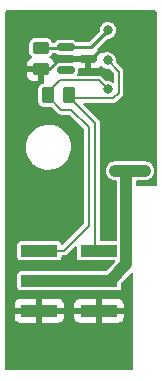
<source format=gbr>
G04 #@! TF.GenerationSoftware,KiCad,Pcbnew,(6.0.1-0)*
G04 #@! TF.CreationDate,2022-10-06T13:30:19-04:00*
G04 #@! TF.ProjectId,feederFloor,66656564-6572-4466-9c6f-6f722e6b6963,rev?*
G04 #@! TF.SameCoordinates,Original*
G04 #@! TF.FileFunction,Copper,L1,Top*
G04 #@! TF.FilePolarity,Positive*
%FSLAX46Y46*%
G04 Gerber Fmt 4.6, Leading zero omitted, Abs format (unit mm)*
G04 Created by KiCad (PCBNEW (6.0.1-0)) date 2022-10-06 13:30:19*
%MOMM*%
%LPD*%
G01*
G04 APERTURE LIST*
G04 Aperture macros list*
%AMRoundRect*
0 Rectangle with rounded corners*
0 $1 Rounding radius*
0 $2 $3 $4 $5 $6 $7 $8 $9 X,Y pos of 4 corners*
0 Add a 4 corners polygon primitive as box body*
4,1,4,$2,$3,$4,$5,$6,$7,$8,$9,$2,$3,0*
0 Add four circle primitives for the rounded corners*
1,1,$1+$1,$2,$3*
1,1,$1+$1,$4,$5*
1,1,$1+$1,$6,$7*
1,1,$1+$1,$8,$9*
0 Add four rect primitives between the rounded corners*
20,1,$1+$1,$2,$3,$4,$5,0*
20,1,$1+$1,$4,$5,$6,$7,0*
20,1,$1+$1,$6,$7,$8,$9,0*
20,1,$1+$1,$8,$9,$2,$3,0*%
G04 Aperture macros list end*
G04 #@! TA.AperFunction,SMDPad,CuDef*
%ADD10R,3.150000X1.000000*%
G04 #@! TD*
G04 #@! TA.AperFunction,SMDPad,CuDef*
%ADD11RoundRect,0.150000X-0.587500X-0.150000X0.587500X-0.150000X0.587500X0.150000X-0.587500X0.150000X0*%
G04 #@! TD*
G04 #@! TA.AperFunction,SMDPad,CuDef*
%ADD12RoundRect,0.250000X-0.262500X-0.450000X0.262500X-0.450000X0.262500X0.450000X-0.262500X0.450000X0*%
G04 #@! TD*
G04 #@! TA.AperFunction,SMDPad,CuDef*
%ADD13RoundRect,0.250000X-0.450000X0.262500X-0.450000X-0.262500X0.450000X-0.262500X0.450000X0.262500X0*%
G04 #@! TD*
G04 #@! TA.AperFunction,ViaPad*
%ADD14C,0.800000*%
G04 #@! TD*
G04 #@! TA.AperFunction,Conductor*
%ADD15C,1.000000*%
G04 #@! TD*
G04 #@! TA.AperFunction,Conductor*
%ADD16C,0.200000*%
G04 #@! TD*
G04 #@! TA.AperFunction,Conductor*
%ADD17C,0.250000*%
G04 #@! TD*
G04 APERTURE END LIST*
D10*
X29475000Y-50840000D03*
X24425000Y-50840000D03*
X29475000Y-48300000D03*
X24425000Y-48300000D03*
X29475000Y-45760000D03*
X24425000Y-45760000D03*
D11*
X26662500Y-28550000D03*
X26662500Y-30450000D03*
X28537500Y-29500000D03*
D12*
X25137500Y-32600000D03*
X26962500Y-32600000D03*
D13*
X24550000Y-28587500D03*
X24550000Y-30412500D03*
D14*
X31750000Y-49400000D03*
X30850000Y-39000000D03*
X32050000Y-39000000D03*
X33350000Y-39000000D03*
X30200000Y-36400000D03*
X30200000Y-34050000D03*
X30200000Y-35200000D03*
X31800000Y-52300000D03*
X22100000Y-49400000D03*
X22100000Y-52300000D03*
X30250000Y-27100000D03*
X30200000Y-29650000D03*
X30200000Y-32100000D03*
D15*
X29475000Y-48300000D02*
X30409022Y-48300000D01*
X31800000Y-39250000D02*
X32050000Y-39000000D01*
X30409022Y-48300000D02*
X31800000Y-46909022D01*
X31800000Y-46909022D02*
X31800000Y-39250000D01*
X26950000Y-48300000D02*
X24425000Y-48300000D01*
D16*
X28600000Y-35300000D02*
X28600000Y-43650000D01*
X26962500Y-32600000D02*
X26962500Y-32762500D01*
X26962500Y-32762500D02*
X29150000Y-34950000D01*
D15*
X26950000Y-48300000D02*
X29475000Y-48300000D01*
D16*
X29150000Y-34950000D02*
X29150000Y-45435000D01*
X29150000Y-45435000D02*
X29475000Y-45760000D01*
X26300000Y-33850000D02*
X27150000Y-33850000D01*
X25137500Y-32600000D02*
X25137500Y-32687500D01*
X25137500Y-32687500D02*
X26300000Y-33850000D01*
X28600000Y-43650000D02*
X26490000Y-45760000D01*
X27150000Y-33850000D02*
X28600000Y-35300000D01*
X26490000Y-45760000D02*
X24425000Y-45760000D01*
D15*
X33350000Y-39000000D02*
X30850000Y-39000000D01*
D16*
X30200000Y-32100000D02*
X29450000Y-31350000D01*
X29450000Y-31350000D02*
X26150000Y-31350000D01*
X26150000Y-31350000D02*
X25137500Y-32362500D01*
X25137500Y-32362500D02*
X25137500Y-32600000D01*
X30200000Y-29650000D02*
X31150000Y-30600000D01*
X31150000Y-30600000D02*
X31150000Y-32400000D01*
X31150000Y-32400000D02*
X30700000Y-32850000D01*
X30700000Y-32850000D02*
X27212500Y-32850000D01*
X27212500Y-32850000D02*
X26962500Y-32600000D01*
D17*
X30550000Y-34050000D02*
X31800000Y-32800000D01*
X25237500Y-30412500D02*
X26150000Y-29500000D01*
X24550000Y-28587500D02*
X26625000Y-28587500D01*
X30200000Y-34050000D02*
X30550000Y-34050000D01*
X26625000Y-28587500D02*
X26662500Y-28550000D01*
X26150000Y-29500000D02*
X28537500Y-29500000D01*
X30250000Y-27100000D02*
X28800000Y-28550000D01*
X28800000Y-28550000D02*
X26662500Y-28550000D01*
X24550000Y-30412500D02*
X25237500Y-30412500D01*
X30800000Y-28650000D02*
X29650000Y-28650000D01*
X31800000Y-32800000D02*
X31800000Y-29650000D01*
X31800000Y-29650000D02*
X30800000Y-28650000D01*
X29650000Y-28650000D02*
X28800000Y-29500000D01*
X28800000Y-29500000D02*
X28537500Y-29500000D01*
G04 #@! TA.AperFunction,Conductor*
G36*
X34309305Y-25432594D02*
G01*
X34345269Y-25482094D01*
X34350114Y-25512687D01*
X34350114Y-38967788D01*
X34339633Y-39000046D01*
X34350114Y-39040283D01*
X34350114Y-40201000D01*
X34331207Y-40259191D01*
X34281707Y-40295155D01*
X34251114Y-40300000D01*
X32705733Y-40300000D01*
X32696075Y-40299528D01*
X32689842Y-40298917D01*
X32633773Y-40274423D01*
X32602810Y-40221650D01*
X32600500Y-40200389D01*
X32600500Y-39899500D01*
X32619407Y-39841309D01*
X32668907Y-39805345D01*
X32699500Y-39800500D01*
X33395155Y-39800500D01*
X33397909Y-39800191D01*
X33397911Y-39800191D01*
X33425291Y-39797120D01*
X33528472Y-39785546D01*
X33698073Y-39726485D01*
X33735979Y-39702799D01*
X33845685Y-39634247D01*
X33845687Y-39634245D01*
X33850375Y-39631316D01*
X33977807Y-39504770D01*
X33980774Y-39500095D01*
X34071071Y-39357810D01*
X34071072Y-39357809D01*
X34074037Y-39353136D01*
X34134281Y-39183951D01*
X34152810Y-39028561D01*
X34163299Y-39005862D01*
X34152656Y-38978136D01*
X34142851Y-38884850D01*
X34136773Y-38827017D01*
X34114458Y-38761466D01*
X34080682Y-38662249D01*
X34080680Y-38662245D01*
X34078897Y-38657007D01*
X34075999Y-38652297D01*
X34075997Y-38652292D01*
X33987691Y-38508754D01*
X33984794Y-38504045D01*
X33859141Y-38375732D01*
X33708183Y-38278446D01*
X33539422Y-38217022D01*
X33400717Y-38199500D01*
X32058991Y-38199500D01*
X32057954Y-38199495D01*
X32052712Y-38199440D01*
X31968593Y-38198559D01*
X31965411Y-38199247D01*
X31960417Y-38199500D01*
X30804845Y-38199500D01*
X30802091Y-38199809D01*
X30802089Y-38199809D01*
X30774709Y-38202880D01*
X30671528Y-38214454D01*
X30501927Y-38273515D01*
X30497234Y-38276447D01*
X30497235Y-38276447D01*
X30354315Y-38365753D01*
X30354313Y-38365755D01*
X30349625Y-38368684D01*
X30345700Y-38372582D01*
X30234501Y-38483008D01*
X30222193Y-38495230D01*
X30219227Y-38499904D01*
X30219226Y-38499905D01*
X30219106Y-38500095D01*
X30125963Y-38646864D01*
X30065719Y-38816049D01*
X30065065Y-38821536D01*
X30065064Y-38821539D01*
X30055656Y-38900439D01*
X30044455Y-38994376D01*
X30063227Y-39172983D01*
X30121103Y-39342993D01*
X30124001Y-39347703D01*
X30124003Y-39347708D01*
X30130218Y-39357810D01*
X30215206Y-39495955D01*
X30340859Y-39624268D01*
X30491817Y-39721554D01*
X30660578Y-39782978D01*
X30799283Y-39800500D01*
X30900500Y-39800500D01*
X30958691Y-39819407D01*
X30994655Y-39868907D01*
X30999500Y-39899500D01*
X30999500Y-44860500D01*
X30980593Y-44918691D01*
X30931093Y-44954655D01*
X30900500Y-44959500D01*
X29649500Y-44959500D01*
X29591309Y-44940593D01*
X29555345Y-44891093D01*
X29550500Y-44860500D01*
X29550500Y-34886567D01*
X29543044Y-34863620D01*
X29539419Y-34848519D01*
X29536865Y-34832391D01*
X29536864Y-34832389D01*
X29535646Y-34824696D01*
X29524695Y-34803203D01*
X29518752Y-34788857D01*
X29513704Y-34773319D01*
X29513702Y-34773315D01*
X29511296Y-34765910D01*
X29497111Y-34746386D01*
X29489004Y-34733156D01*
X29478050Y-34711658D01*
X29388342Y-34621950D01*
X28185897Y-33419504D01*
X28158120Y-33364987D01*
X28167691Y-33304555D01*
X28210956Y-33261290D01*
X28255901Y-33250500D01*
X30763433Y-33250500D01*
X30786380Y-33243044D01*
X30801481Y-33239419D01*
X30817609Y-33236865D01*
X30817611Y-33236864D01*
X30825304Y-33235646D01*
X30846797Y-33224695D01*
X30861143Y-33218752D01*
X30876679Y-33213704D01*
X30884090Y-33211296D01*
X30903607Y-33197116D01*
X30916846Y-33189002D01*
X30938342Y-33178050D01*
X30960905Y-33155487D01*
X30960909Y-33155484D01*
X31455483Y-32660909D01*
X31478050Y-32638342D01*
X31489004Y-32616844D01*
X31497111Y-32603614D01*
X31511296Y-32584090D01*
X31513702Y-32576685D01*
X31513704Y-32576681D01*
X31518752Y-32561143D01*
X31524695Y-32546797D01*
X31535646Y-32525304D01*
X31539419Y-32501481D01*
X31543045Y-32486375D01*
X31550500Y-32463433D01*
X31550500Y-30536567D01*
X31543044Y-30513620D01*
X31539419Y-30498519D01*
X31536865Y-30482391D01*
X31536864Y-30482389D01*
X31535646Y-30474696D01*
X31524695Y-30453203D01*
X31518752Y-30438857D01*
X31513704Y-30423321D01*
X31511296Y-30415910D01*
X31497116Y-30396393D01*
X31489002Y-30383154D01*
X31478050Y-30361658D01*
X31455487Y-30339095D01*
X31455484Y-30339091D01*
X30924979Y-29808586D01*
X30897202Y-29754069D01*
X30896971Y-29724632D01*
X30903053Y-29681904D01*
X30905490Y-29664778D01*
X30905645Y-29650000D01*
X30893409Y-29548891D01*
X30885993Y-29487602D01*
X30885992Y-29487599D01*
X30885276Y-29481680D01*
X30825345Y-29323077D01*
X30819387Y-29314407D01*
X30732692Y-29188267D01*
X30729312Y-29183349D01*
X30602721Y-29070560D01*
X30452881Y-28991224D01*
X30348572Y-28965023D01*
X30294231Y-28951373D01*
X30294228Y-28951373D01*
X30288441Y-28949919D01*
X30202841Y-28949471D01*
X30124861Y-28949062D01*
X30124859Y-28949062D01*
X30118895Y-28949031D01*
X30113099Y-28950423D01*
X30113095Y-28950423D01*
X30008646Y-28975500D01*
X29954032Y-28988612D01*
X29857969Y-29038194D01*
X29823862Y-29055798D01*
X29763481Y-29065686D01*
X29708820Y-29038194D01*
X29693242Y-29018219D01*
X29652226Y-28948863D01*
X29644654Y-28939101D01*
X29535899Y-28830346D01*
X29526140Y-28822776D01*
X29388400Y-28741318D01*
X29389621Y-28739253D01*
X29351396Y-28705564D01*
X29338039Y-28645854D01*
X29362329Y-28589697D01*
X29366597Y-28585151D01*
X30123014Y-27828734D01*
X30177531Y-27800957D01*
X30194573Y-27799750D01*
X30256921Y-27800729D01*
X30323760Y-27801779D01*
X30329575Y-27800447D01*
X30329577Y-27800447D01*
X30483206Y-27765262D01*
X30483209Y-27765261D01*
X30489029Y-27763928D01*
X30640498Y-27687747D01*
X30645035Y-27683872D01*
X30645038Y-27683870D01*
X30764888Y-27581508D01*
X30764891Y-27581505D01*
X30769423Y-27577634D01*
X30868361Y-27439947D01*
X30931601Y-27282634D01*
X30932442Y-27276727D01*
X30955034Y-27117985D01*
X30955034Y-27117979D01*
X30955490Y-27114778D01*
X30955645Y-27100000D01*
X30935276Y-26931680D01*
X30875345Y-26773077D01*
X30779312Y-26633349D01*
X30652721Y-26520560D01*
X30502881Y-26441224D01*
X30420661Y-26420571D01*
X30344231Y-26401373D01*
X30344228Y-26401373D01*
X30338441Y-26399919D01*
X30252841Y-26399471D01*
X30174861Y-26399062D01*
X30174859Y-26399062D01*
X30168895Y-26399031D01*
X30163099Y-26400423D01*
X30163095Y-26400423D01*
X30055703Y-26426207D01*
X30004032Y-26438612D01*
X29928700Y-26477494D01*
X29858675Y-26513636D01*
X29858673Y-26513638D01*
X29853369Y-26516375D01*
X29725604Y-26627831D01*
X29628113Y-26766547D01*
X29566524Y-26924513D01*
X29544394Y-27092611D01*
X29545049Y-27098544D01*
X29545049Y-27098548D01*
X29550238Y-27145544D01*
X29537831Y-27205458D01*
X29521840Y-27226412D01*
X28652748Y-28095504D01*
X28598231Y-28123281D01*
X28582744Y-28124500D01*
X27656560Y-28124500D01*
X27598369Y-28105593D01*
X27576925Y-28084315D01*
X27576549Y-28083806D01*
X27572150Y-28077850D01*
X27463184Y-27997366D01*
X27335369Y-27952481D01*
X27329362Y-27951913D01*
X27329361Y-27951913D01*
X27306145Y-27949718D01*
X27306135Y-27949718D01*
X27303834Y-27949500D01*
X26021166Y-27949500D01*
X26018865Y-27949718D01*
X26018855Y-27949718D01*
X25995639Y-27951913D01*
X25995638Y-27951913D01*
X25989631Y-27952481D01*
X25861816Y-27997366D01*
X25752850Y-28077850D01*
X25748456Y-28083799D01*
X25748452Y-28083803D01*
X25720374Y-28121818D01*
X25670593Y-28157392D01*
X25640741Y-28162000D01*
X25594859Y-28162000D01*
X25536668Y-28143093D01*
X25502811Y-28099444D01*
X25486598Y-28058493D01*
X25486597Y-28058492D01*
X25484113Y-28052217D01*
X25445816Y-28001762D01*
X25397005Y-27937457D01*
X25392922Y-27932078D01*
X25387543Y-27927995D01*
X25278160Y-27844968D01*
X25278158Y-27844967D01*
X25272783Y-27840887D01*
X25132547Y-27785364D01*
X25042772Y-27774500D01*
X24057228Y-27774500D01*
X23967453Y-27785364D01*
X23827217Y-27840887D01*
X23821842Y-27844967D01*
X23821840Y-27844968D01*
X23712457Y-27927995D01*
X23707078Y-27932078D01*
X23702995Y-27937457D01*
X23654185Y-28001762D01*
X23615887Y-28052217D01*
X23560364Y-28192453D01*
X23549500Y-28282228D01*
X23549500Y-28892772D01*
X23560364Y-28982547D01*
X23615887Y-29122783D01*
X23619967Y-29128158D01*
X23619968Y-29128160D01*
X23702995Y-29237543D01*
X23707078Y-29242922D01*
X23712457Y-29247005D01*
X23712460Y-29247008D01*
X23780061Y-29298320D01*
X23814981Y-29348562D01*
X23813699Y-29409734D01*
X23772301Y-29461361D01*
X23630855Y-29548891D01*
X23621902Y-29555987D01*
X23505153Y-29672939D01*
X23498073Y-29681904D01*
X23411359Y-29822580D01*
X23406531Y-29832934D01*
X23354398Y-29990110D01*
X23352145Y-30000621D01*
X23342259Y-30097112D01*
X23342000Y-30102171D01*
X23342000Y-30142820D01*
X23346122Y-30155505D01*
X23350243Y-30158500D01*
X24705000Y-30158500D01*
X24763191Y-30177407D01*
X24799155Y-30226907D01*
X24804000Y-30257500D01*
X24804000Y-31417319D01*
X24808284Y-31430505D01*
X24843660Y-31479195D01*
X24843660Y-31540381D01*
X24807696Y-31589881D01*
X24761400Y-31608071D01*
X24753083Y-31609078D01*
X24742453Y-31610364D01*
X24602217Y-31665887D01*
X24596842Y-31669967D01*
X24596840Y-31669968D01*
X24490744Y-31750500D01*
X24482078Y-31757078D01*
X24390887Y-31877217D01*
X24335364Y-32017453D01*
X24324500Y-32107228D01*
X24324500Y-33092772D01*
X24335364Y-33182547D01*
X24390887Y-33322783D01*
X24394967Y-33328158D01*
X24394968Y-33328160D01*
X24464303Y-33419504D01*
X24482078Y-33442922D01*
X24487457Y-33447005D01*
X24596840Y-33530032D01*
X24596842Y-33530033D01*
X24602217Y-33534113D01*
X24742453Y-33589636D01*
X24832228Y-33600500D01*
X25442772Y-33600500D01*
X25442772Y-33602163D01*
X25496229Y-33615957D01*
X25513083Y-33629477D01*
X25971949Y-34088342D01*
X26056145Y-34172538D01*
X26056149Y-34172541D01*
X26061658Y-34178050D01*
X26083156Y-34189004D01*
X26096386Y-34197111D01*
X26115910Y-34211296D01*
X26123320Y-34213704D01*
X26123321Y-34213704D01*
X26138855Y-34218751D01*
X26153204Y-34224695D01*
X26174696Y-34235646D01*
X26182392Y-34236865D01*
X26198524Y-34239420D01*
X26213627Y-34243046D01*
X26229157Y-34248092D01*
X26229160Y-34248093D01*
X26236567Y-34250499D01*
X26268477Y-34250499D01*
X26268481Y-34250500D01*
X26943099Y-34250500D01*
X27001290Y-34269407D01*
X27013103Y-34279496D01*
X28170504Y-35436897D01*
X28198281Y-35491414D01*
X28199500Y-35506901D01*
X28199500Y-43443099D01*
X28180593Y-43501290D01*
X28170504Y-43513103D01*
X26459323Y-45224284D01*
X26404806Y-45252061D01*
X26344374Y-45242490D01*
X26301109Y-45199225D01*
X26297460Y-45189811D01*
X26297382Y-45189154D01*
X26251939Y-45086847D01*
X26172713Y-45007759D01*
X26143591Y-44994884D01*
X26077136Y-44965504D01*
X26077134Y-44965504D01*
X26070327Y-44962494D01*
X26056322Y-44960861D01*
X26047494Y-44959832D01*
X26047493Y-44959832D01*
X26044646Y-44959500D01*
X22805354Y-44959500D01*
X22788951Y-44961452D01*
X22786531Y-44961740D01*
X22786530Y-44961740D01*
X22779154Y-44962618D01*
X22676847Y-45008061D01*
X22597759Y-45087287D01*
X22552494Y-45189673D01*
X22549500Y-45215354D01*
X22549500Y-46304646D01*
X22552618Y-46330846D01*
X22598061Y-46433153D01*
X22677287Y-46512241D01*
X22685645Y-46515936D01*
X22772864Y-46554496D01*
X22772866Y-46554496D01*
X22779673Y-46557506D01*
X22787067Y-46558368D01*
X22802378Y-46560153D01*
X22805354Y-46560500D01*
X26044646Y-46560500D01*
X26062561Y-46558368D01*
X26063469Y-46558260D01*
X26063470Y-46558260D01*
X26070846Y-46557382D01*
X26173153Y-46511939D01*
X26252241Y-46432713D01*
X26297506Y-46330327D01*
X26300500Y-46304646D01*
X26300500Y-46259500D01*
X26319407Y-46201309D01*
X26368907Y-46165345D01*
X26399500Y-46160500D01*
X26553433Y-46160500D01*
X26576380Y-46153044D01*
X26591481Y-46149419D01*
X26607609Y-46146865D01*
X26607611Y-46146864D01*
X26615304Y-46145646D01*
X26636797Y-46134695D01*
X26651143Y-46128752D01*
X26666679Y-46123704D01*
X26674090Y-46121296D01*
X26693607Y-46107116D01*
X26706846Y-46099002D01*
X26728342Y-46088050D01*
X26750905Y-46065487D01*
X26750909Y-46065484D01*
X27430496Y-45385897D01*
X27485013Y-45358120D01*
X27545445Y-45367691D01*
X27588710Y-45410956D01*
X27599500Y-45455901D01*
X27599500Y-46304646D01*
X27602618Y-46330846D01*
X27648061Y-46433153D01*
X27727287Y-46512241D01*
X27735645Y-46515936D01*
X27822864Y-46554496D01*
X27822866Y-46554496D01*
X27829673Y-46557506D01*
X27837067Y-46558368D01*
X27852378Y-46560153D01*
X27855354Y-46560500D01*
X30777436Y-46560500D01*
X30835627Y-46579407D01*
X30871591Y-46628907D01*
X30871591Y-46690093D01*
X30847440Y-46729504D01*
X30106440Y-47470504D01*
X30051923Y-47498281D01*
X30036436Y-47499500D01*
X22805354Y-47499500D01*
X22788951Y-47501452D01*
X22786531Y-47501740D01*
X22786530Y-47501740D01*
X22779154Y-47502618D01*
X22676847Y-47548061D01*
X22597759Y-47627287D01*
X22552494Y-47729673D01*
X22549500Y-47755354D01*
X22549500Y-48844646D01*
X22552618Y-48870846D01*
X22598061Y-48973153D01*
X22677287Y-49052241D01*
X22685645Y-49055936D01*
X22772864Y-49094496D01*
X22772866Y-49094496D01*
X22779673Y-49097506D01*
X22787067Y-49098368D01*
X22802378Y-49100153D01*
X22805354Y-49100500D01*
X30400031Y-49100500D01*
X30401069Y-49100505D01*
X30490429Y-49101441D01*
X30493611Y-49100753D01*
X30498605Y-49100500D01*
X31094646Y-49100500D01*
X31112561Y-49098368D01*
X31113469Y-49098260D01*
X31113470Y-49098260D01*
X31120846Y-49097382D01*
X31223153Y-49051939D01*
X31302241Y-48972713D01*
X31347506Y-48870327D01*
X31350500Y-48844646D01*
X31350500Y-48531608D01*
X31369407Y-48473417D01*
X31379496Y-48461604D01*
X32181058Y-47660042D01*
X32235575Y-47632265D01*
X32296007Y-47641836D01*
X32339272Y-47685101D01*
X32350062Y-47730047D01*
X32350003Y-55801001D01*
X32331095Y-55859191D01*
X32281595Y-55895155D01*
X32251003Y-55900000D01*
X21649001Y-55900000D01*
X21590810Y-55881093D01*
X21554846Y-55831593D01*
X21550001Y-55801000D01*
X21550018Y-51390751D01*
X21550018Y-51385411D01*
X22342001Y-51385411D01*
X22342290Y-51390751D01*
X22348078Y-51444035D01*
X22350927Y-51456020D01*
X22397351Y-51579855D01*
X22404059Y-51592108D01*
X22482863Y-51697256D01*
X22492744Y-51707137D01*
X22597892Y-51785941D01*
X22610145Y-51792649D01*
X22733978Y-51839072D01*
X22745967Y-51841923D01*
X22799252Y-51847711D01*
X22804586Y-51848000D01*
X24155320Y-51848000D01*
X24168005Y-51843878D01*
X24171000Y-51839757D01*
X24171000Y-51832319D01*
X24679000Y-51832319D01*
X24683122Y-51845004D01*
X24687243Y-51847999D01*
X26045411Y-51847999D01*
X26050751Y-51847710D01*
X26104035Y-51841922D01*
X26116020Y-51839073D01*
X26239855Y-51792649D01*
X26252108Y-51785941D01*
X26357256Y-51707137D01*
X26367137Y-51697256D01*
X26445941Y-51592108D01*
X26452649Y-51579855D01*
X26499072Y-51456022D01*
X26501923Y-51444033D01*
X26507711Y-51390748D01*
X26508000Y-51385414D01*
X26508000Y-51385411D01*
X27392001Y-51385411D01*
X27392290Y-51390751D01*
X27398078Y-51444035D01*
X27400927Y-51456020D01*
X27447351Y-51579855D01*
X27454059Y-51592108D01*
X27532863Y-51697256D01*
X27542744Y-51707137D01*
X27647892Y-51785941D01*
X27660145Y-51792649D01*
X27783978Y-51839072D01*
X27795967Y-51841923D01*
X27849252Y-51847711D01*
X27854586Y-51848000D01*
X29205320Y-51848000D01*
X29218005Y-51843878D01*
X29221000Y-51839757D01*
X29221000Y-51832319D01*
X29729000Y-51832319D01*
X29733122Y-51845004D01*
X29737243Y-51847999D01*
X31095411Y-51847999D01*
X31100751Y-51847710D01*
X31154035Y-51841922D01*
X31166020Y-51839073D01*
X31289855Y-51792649D01*
X31302108Y-51785941D01*
X31407256Y-51707137D01*
X31417137Y-51697256D01*
X31495941Y-51592108D01*
X31502649Y-51579855D01*
X31549072Y-51456022D01*
X31551923Y-51444033D01*
X31557711Y-51390748D01*
X31558000Y-51385414D01*
X31558000Y-51109680D01*
X31553878Y-51096995D01*
X31549757Y-51094000D01*
X29744680Y-51094000D01*
X29731995Y-51098122D01*
X29729000Y-51102243D01*
X29729000Y-51832319D01*
X29221000Y-51832319D01*
X29221000Y-51109680D01*
X29216878Y-51096995D01*
X29212757Y-51094000D01*
X27407681Y-51094000D01*
X27394996Y-51098122D01*
X27392001Y-51102243D01*
X27392001Y-51385411D01*
X26508000Y-51385411D01*
X26508000Y-51109680D01*
X26503878Y-51096995D01*
X26499757Y-51094000D01*
X24694680Y-51094000D01*
X24681995Y-51098122D01*
X24679000Y-51102243D01*
X24679000Y-51832319D01*
X24171000Y-51832319D01*
X24171000Y-51109680D01*
X24166878Y-51096995D01*
X24162757Y-51094000D01*
X22357681Y-51094000D01*
X22344996Y-51098122D01*
X22342001Y-51102243D01*
X22342001Y-51385411D01*
X21550018Y-51385411D01*
X21550021Y-50570320D01*
X22342000Y-50570320D01*
X22346122Y-50583005D01*
X22350243Y-50586000D01*
X24155320Y-50586000D01*
X24168005Y-50581878D01*
X24171000Y-50577757D01*
X24171000Y-50570320D01*
X24679000Y-50570320D01*
X24683122Y-50583005D01*
X24687243Y-50586000D01*
X26492319Y-50586000D01*
X26505004Y-50581878D01*
X26507999Y-50577757D01*
X26507999Y-50570320D01*
X27392000Y-50570320D01*
X27396122Y-50583005D01*
X27400243Y-50586000D01*
X29205320Y-50586000D01*
X29218005Y-50581878D01*
X29221000Y-50577757D01*
X29221000Y-50570320D01*
X29729000Y-50570320D01*
X29733122Y-50583005D01*
X29737243Y-50586000D01*
X31542319Y-50586000D01*
X31555004Y-50581878D01*
X31557999Y-50577757D01*
X31557999Y-50294589D01*
X31557710Y-50289249D01*
X31551922Y-50235965D01*
X31549073Y-50223980D01*
X31502649Y-50100145D01*
X31495941Y-50087892D01*
X31417137Y-49982744D01*
X31407256Y-49972863D01*
X31302108Y-49894059D01*
X31289855Y-49887351D01*
X31166022Y-49840928D01*
X31154033Y-49838077D01*
X31100748Y-49832289D01*
X31095414Y-49832000D01*
X29744680Y-49832000D01*
X29731995Y-49836122D01*
X29729000Y-49840243D01*
X29729000Y-50570320D01*
X29221000Y-50570320D01*
X29221000Y-49847681D01*
X29216878Y-49834996D01*
X29212757Y-49832001D01*
X27854589Y-49832001D01*
X27849249Y-49832290D01*
X27795965Y-49838078D01*
X27783980Y-49840927D01*
X27660145Y-49887351D01*
X27647892Y-49894059D01*
X27542744Y-49972863D01*
X27532863Y-49982744D01*
X27454059Y-50087892D01*
X27447351Y-50100145D01*
X27400928Y-50223978D01*
X27398077Y-50235967D01*
X27392289Y-50289252D01*
X27392000Y-50294586D01*
X27392000Y-50570320D01*
X26507999Y-50570320D01*
X26507999Y-50294589D01*
X26507710Y-50289249D01*
X26501922Y-50235965D01*
X26499073Y-50223980D01*
X26452649Y-50100145D01*
X26445941Y-50087892D01*
X26367137Y-49982744D01*
X26357256Y-49972863D01*
X26252108Y-49894059D01*
X26239855Y-49887351D01*
X26116022Y-49840928D01*
X26104033Y-49838077D01*
X26050748Y-49832289D01*
X26045414Y-49832000D01*
X24694680Y-49832000D01*
X24681995Y-49836122D01*
X24679000Y-49840243D01*
X24679000Y-50570320D01*
X24171000Y-50570320D01*
X24171000Y-49847681D01*
X24166878Y-49834996D01*
X24162757Y-49832001D01*
X22804589Y-49832001D01*
X22799249Y-49832290D01*
X22745965Y-49838078D01*
X22733980Y-49840927D01*
X22610145Y-49887351D01*
X22597892Y-49894059D01*
X22492744Y-49972863D01*
X22482863Y-49982744D01*
X22404059Y-50087892D01*
X22397351Y-50100145D01*
X22350928Y-50223978D01*
X22348077Y-50235967D01*
X22342289Y-50289252D01*
X22342000Y-50294586D01*
X22342000Y-50570320D01*
X21550021Y-50570320D01*
X21550062Y-39172983D01*
X21550070Y-37043233D01*
X23294906Y-37043233D01*
X23295246Y-37046795D01*
X23295246Y-37046802D01*
X23313274Y-37235748D01*
X23321102Y-37317792D01*
X23386657Y-37585694D01*
X23490199Y-37841326D01*
X23629558Y-38079335D01*
X23801816Y-38294732D01*
X24003364Y-38483008D01*
X24229979Y-38640216D01*
X24233184Y-38641811D01*
X24233190Y-38641814D01*
X24473699Y-38761466D01*
X24473704Y-38761468D01*
X24476914Y-38763065D01*
X24480325Y-38764183D01*
X24480327Y-38764184D01*
X24735593Y-38847864D01*
X24735596Y-38847865D01*
X24738998Y-38848980D01*
X25010738Y-38896162D01*
X25061160Y-38898672D01*
X25096644Y-38900439D01*
X25096657Y-38900439D01*
X25097876Y-38900500D01*
X25270070Y-38900500D01*
X25475083Y-38885625D01*
X25505490Y-38878912D01*
X25740904Y-38826937D01*
X25740910Y-38826935D01*
X25744403Y-38826164D01*
X25747752Y-38824895D01*
X25747756Y-38824894D01*
X25910951Y-38763065D01*
X26002319Y-38728449D01*
X26243428Y-38594525D01*
X26462678Y-38427198D01*
X26655477Y-38229974D01*
X26677659Y-38199500D01*
X26815682Y-38009876D01*
X26817787Y-38006984D01*
X26946206Y-37762899D01*
X27038045Y-37502832D01*
X27091380Y-37232232D01*
X27105094Y-36956767D01*
X27104754Y-36953205D01*
X27104754Y-36953198D01*
X27079239Y-36685779D01*
X27079238Y-36685775D01*
X27078898Y-36682208D01*
X27013343Y-36414306D01*
X26909801Y-36158674D01*
X26770442Y-35920665D01*
X26598184Y-35705268D01*
X26396636Y-35516992D01*
X26170021Y-35359784D01*
X26166816Y-35358189D01*
X26166810Y-35358186D01*
X25926301Y-35238534D01*
X25926296Y-35238532D01*
X25923086Y-35236935D01*
X25919675Y-35235817D01*
X25919673Y-35235816D01*
X25664407Y-35152136D01*
X25664404Y-35152135D01*
X25661002Y-35151020D01*
X25389262Y-35103838D01*
X25338840Y-35101328D01*
X25303356Y-35099561D01*
X25303343Y-35099561D01*
X25302124Y-35099500D01*
X25129930Y-35099500D01*
X24924917Y-35114375D01*
X24921406Y-35115150D01*
X24921407Y-35115150D01*
X24659096Y-35173063D01*
X24659090Y-35173065D01*
X24655597Y-35173836D01*
X24652248Y-35175105D01*
X24652244Y-35175106D01*
X24548185Y-35214530D01*
X24397681Y-35271551D01*
X24156572Y-35405475D01*
X23937322Y-35572802D01*
X23744523Y-35770026D01*
X23742414Y-35772923D01*
X23742411Y-35772927D01*
X23584318Y-35990124D01*
X23582213Y-35993016D01*
X23453794Y-36237101D01*
X23361955Y-36497168D01*
X23308620Y-36767768D01*
X23294906Y-37043233D01*
X21550070Y-37043233D01*
X21550094Y-30722792D01*
X23342001Y-30722792D01*
X23342267Y-30727922D01*
X23352409Y-30825673D01*
X23354682Y-30836200D01*
X23407086Y-30993277D01*
X23411933Y-31003624D01*
X23498891Y-31144145D01*
X23505987Y-31153098D01*
X23622939Y-31269847D01*
X23631904Y-31276927D01*
X23772580Y-31363641D01*
X23782934Y-31368469D01*
X23940110Y-31420602D01*
X23950621Y-31422855D01*
X24047112Y-31432741D01*
X24052170Y-31433000D01*
X24280320Y-31433000D01*
X24293005Y-31428878D01*
X24296000Y-31424757D01*
X24296000Y-30682180D01*
X24291878Y-30669495D01*
X24287757Y-30666500D01*
X23357681Y-30666500D01*
X23344996Y-30670622D01*
X23342001Y-30674743D01*
X23342001Y-30722792D01*
X21550094Y-30722792D01*
X21550113Y-25512687D01*
X21569021Y-25454496D01*
X21618521Y-25418532D01*
X21649113Y-25413687D01*
X34251114Y-25413687D01*
X34309305Y-25432594D01*
G37*
G04 #@! TD.AperFunction*
G04 #@! TA.AperFunction,Conductor*
G36*
X25766682Y-29032367D02*
G01*
X25811793Y-29065686D01*
X25825156Y-29075556D01*
X25861816Y-29102634D01*
X25989631Y-29147519D01*
X25995638Y-29148087D01*
X25995639Y-29148087D01*
X26018855Y-29150282D01*
X26018865Y-29150282D01*
X26021166Y-29150500D01*
X27200916Y-29150500D01*
X27259107Y-29169407D01*
X27295071Y-29218907D01*
X27299226Y-29242719D01*
X27309892Y-29246000D01*
X28692500Y-29246000D01*
X28750691Y-29264907D01*
X28786655Y-29314407D01*
X28791500Y-29345000D01*
X28791500Y-30292319D01*
X28795622Y-30305004D01*
X28799743Y-30307999D01*
X29189505Y-30307999D01*
X29193402Y-30307846D01*
X29223704Y-30305462D01*
X29233614Y-30303653D01*
X29382421Y-30260419D01*
X29393759Y-30255513D01*
X29526140Y-30177224D01*
X29535899Y-30169654D01*
X29561688Y-30143865D01*
X29616205Y-30116088D01*
X29676637Y-30125659D01*
X29698314Y-30140641D01*
X29791233Y-30225191D01*
X29940235Y-30306092D01*
X29999680Y-30321687D01*
X30098464Y-30347603D01*
X30098468Y-30347604D01*
X30104233Y-30349116D01*
X30110194Y-30349210D01*
X30110197Y-30349210D01*
X30187080Y-30350417D01*
X30273760Y-30351779D01*
X30279575Y-30350447D01*
X30281908Y-30350202D01*
X30341757Y-30362922D01*
X30362262Y-30378655D01*
X30720504Y-30736897D01*
X30748281Y-30791414D01*
X30749500Y-30806901D01*
X30749500Y-31434078D01*
X30730593Y-31492269D01*
X30681093Y-31528233D01*
X30619907Y-31528233D01*
X30603082Y-31519878D01*
X30602721Y-31520560D01*
X30452881Y-31441224D01*
X30370006Y-31420407D01*
X30294231Y-31401373D01*
X30294228Y-31401373D01*
X30288441Y-31399919D01*
X30201133Y-31399462D01*
X30124859Y-31399062D01*
X30124857Y-31399062D01*
X30118895Y-31399031D01*
X30117450Y-31399378D01*
X30059178Y-31387627D01*
X30037775Y-31371382D01*
X29710909Y-31044516D01*
X29710905Y-31044513D01*
X29688342Y-31021950D01*
X29666846Y-31010998D01*
X29653605Y-31002883D01*
X29653263Y-31002634D01*
X29634090Y-30988704D01*
X29611143Y-30981248D01*
X29596797Y-30975305D01*
X29575304Y-30964354D01*
X29567611Y-30963136D01*
X29567609Y-30963135D01*
X29551481Y-30960581D01*
X29536380Y-30956956D01*
X29513433Y-30949500D01*
X27743652Y-30949500D01*
X27685461Y-30930593D01*
X27649497Y-30881093D01*
X27649497Y-30819907D01*
X27651954Y-30814105D01*
X27652634Y-30813184D01*
X27697519Y-30685369D01*
X27698087Y-30679361D01*
X27700282Y-30656145D01*
X27700282Y-30656135D01*
X27700500Y-30653834D01*
X27700500Y-30394577D01*
X27719407Y-30336386D01*
X27768907Y-30300422D01*
X27827121Y-30299508D01*
X27841393Y-30303655D01*
X27851288Y-30305462D01*
X27881601Y-30307847D01*
X27885493Y-30308000D01*
X28267820Y-30308000D01*
X28280505Y-30303878D01*
X28283500Y-30299757D01*
X28283500Y-29769680D01*
X28279378Y-29756995D01*
X28275257Y-29754000D01*
X27310687Y-29754000D01*
X27298002Y-29758122D01*
X27296745Y-29759851D01*
X27279597Y-29809940D01*
X27229539Y-29845123D01*
X27200427Y-29849500D01*
X26021166Y-29849500D01*
X26018865Y-29849718D01*
X26018855Y-29849718D01*
X25995639Y-29851913D01*
X25995638Y-29851913D01*
X25989631Y-29852481D01*
X25861816Y-29897366D01*
X25855863Y-29901763D01*
X25853484Y-29903520D01*
X25850943Y-29904368D01*
X25849324Y-29905225D01*
X25849181Y-29904956D01*
X25795444Y-29922885D01*
X25737106Y-29904436D01*
X25700754Y-29855220D01*
X25692916Y-29831729D01*
X25688067Y-29821376D01*
X25601109Y-29680855D01*
X25594013Y-29671902D01*
X25477061Y-29555153D01*
X25468096Y-29548073D01*
X25327723Y-29461546D01*
X25288108Y-29414916D01*
X25283467Y-29353907D01*
X25319815Y-29298414D01*
X25387543Y-29247005D01*
X25392922Y-29242922D01*
X25397005Y-29237543D01*
X25480032Y-29128160D01*
X25480033Y-29128158D01*
X25484113Y-29122783D01*
X25502812Y-29075555D01*
X25541811Y-29028412D01*
X25594859Y-29013000D01*
X25707865Y-29013000D01*
X25766682Y-29032367D01*
G37*
G04 #@! TD.AperFunction*
M02*

</source>
